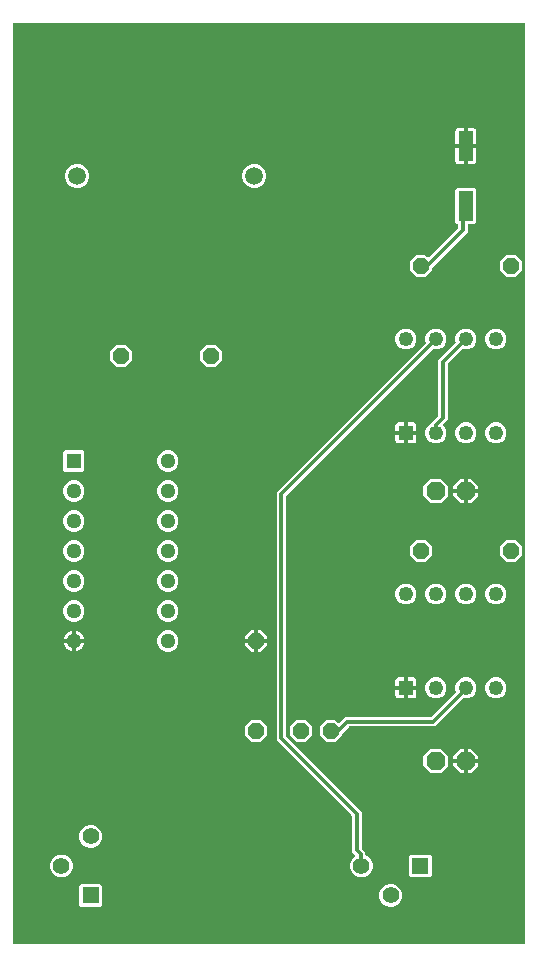
<source format=gbr>
G04 EAGLE Gerber RS-274X export*
G75*
%MOMM*%
%FSLAX34Y34*%
%LPD*%
%INTop Copper*%
%IPPOS*%
%AMOC8*
5,1,8,0,0,1.08239X$1,22.5*%
G01*
%ADD10P,1.732040X8X22.500000*%
%ADD11P,1.429621X8X202.500000*%
%ADD12C,1.508000*%
%ADD13P,1.429621X8X112.500000*%
%ADD14P,1.429621X8X22.500000*%
%ADD15R,1.408000X1.408000*%
%ADD16C,1.408000*%
%ADD17R,1.278000X1.278000*%
%ADD18C,1.278000*%
%ADD19R,1.248000X1.248000*%
%ADD20C,1.248000*%
%ADD21R,1.270000X2.540000*%
%ADD22C,0.304800*%

G36*
X442998Y10164D02*
X442998Y10164D01*
X443017Y10162D01*
X443119Y10184D01*
X443221Y10200D01*
X443238Y10210D01*
X443258Y10214D01*
X443347Y10267D01*
X443438Y10316D01*
X443452Y10330D01*
X443469Y10340D01*
X443536Y10419D01*
X443608Y10494D01*
X443616Y10512D01*
X443629Y10527D01*
X443668Y10623D01*
X443711Y10717D01*
X443713Y10737D01*
X443721Y10755D01*
X443739Y10922D01*
X443739Y789078D01*
X443736Y789098D01*
X443738Y789117D01*
X443716Y789219D01*
X443700Y789321D01*
X443690Y789338D01*
X443686Y789358D01*
X443633Y789447D01*
X443584Y789538D01*
X443570Y789552D01*
X443560Y789569D01*
X443481Y789636D01*
X443406Y789708D01*
X443388Y789716D01*
X443373Y789729D01*
X443277Y789768D01*
X443183Y789811D01*
X443163Y789813D01*
X443145Y789821D01*
X442978Y789839D01*
X10922Y789839D01*
X10902Y789836D01*
X10883Y789838D01*
X10781Y789816D01*
X10679Y789800D01*
X10662Y789790D01*
X10642Y789786D01*
X10553Y789733D01*
X10462Y789684D01*
X10448Y789670D01*
X10431Y789660D01*
X10364Y789581D01*
X10292Y789506D01*
X10284Y789488D01*
X10271Y789473D01*
X10232Y789377D01*
X10189Y789283D01*
X10187Y789263D01*
X10179Y789245D01*
X10161Y789078D01*
X10161Y10922D01*
X10164Y10902D01*
X10162Y10883D01*
X10184Y10781D01*
X10200Y10679D01*
X10210Y10662D01*
X10214Y10642D01*
X10267Y10553D01*
X10316Y10462D01*
X10330Y10448D01*
X10340Y10431D01*
X10419Y10364D01*
X10494Y10292D01*
X10512Y10284D01*
X10527Y10271D01*
X10623Y10232D01*
X10717Y10189D01*
X10737Y10187D01*
X10755Y10179D01*
X10922Y10161D01*
X442978Y10161D01*
X442998Y10164D01*
G37*
%LPC*%
G36*
X303294Y66619D02*
X303294Y66619D01*
X299773Y68078D01*
X297078Y70773D01*
X295619Y74294D01*
X295619Y78106D01*
X297078Y81627D01*
X299838Y84388D01*
X299860Y84401D01*
X299889Y84436D01*
X299925Y84465D01*
X299967Y84530D01*
X300017Y84590D01*
X300033Y84633D01*
X300058Y84672D01*
X300077Y84747D01*
X300105Y84819D01*
X300107Y84866D01*
X300119Y84911D01*
X300113Y84988D01*
X300116Y85065D01*
X300103Y85110D01*
X300099Y85156D01*
X300069Y85227D01*
X300048Y85302D01*
X300021Y85340D01*
X300003Y85382D01*
X299919Y85488D01*
X299908Y85504D01*
X299903Y85507D01*
X299898Y85513D01*
X297687Y87724D01*
X297687Y118143D01*
X297673Y118233D01*
X297665Y118324D01*
X297653Y118354D01*
X297648Y118386D01*
X297605Y118466D01*
X297569Y118550D01*
X297543Y118582D01*
X297532Y118603D01*
X297509Y118625D01*
X297464Y118681D01*
X233425Y182720D01*
X233425Y392844D01*
X359633Y519051D01*
X359701Y519146D01*
X359771Y519240D01*
X359773Y519246D01*
X359776Y519251D01*
X359811Y519362D01*
X359847Y519474D01*
X359847Y519480D01*
X359849Y519486D01*
X359846Y519603D01*
X359845Y519720D01*
X359843Y519727D01*
X359842Y519732D01*
X359836Y519750D01*
X359798Y519881D01*
X359519Y520553D01*
X359519Y524047D01*
X360856Y527274D01*
X363326Y529744D01*
X366553Y531081D01*
X370047Y531081D01*
X373274Y529744D01*
X375744Y527274D01*
X377081Y524047D01*
X377081Y520553D01*
X375744Y517326D01*
X373274Y514856D01*
X370047Y513519D01*
X366553Y513519D01*
X366348Y513605D01*
X366234Y513631D01*
X366120Y513660D01*
X366114Y513659D01*
X366108Y513661D01*
X365992Y513650D01*
X365875Y513641D01*
X365869Y513638D01*
X365863Y513638D01*
X365756Y513590D01*
X365649Y513544D01*
X365643Y513540D01*
X365638Y513538D01*
X365625Y513525D01*
X365518Y513440D01*
X241778Y389699D01*
X241725Y389625D01*
X241665Y389556D01*
X241653Y389526D01*
X241634Y389500D01*
X241607Y389413D01*
X241573Y389328D01*
X241569Y389287D01*
X241562Y389264D01*
X241563Y389232D01*
X241555Y389161D01*
X241555Y186403D01*
X241569Y186313D01*
X241577Y186222D01*
X241589Y186192D01*
X241594Y186160D01*
X241637Y186080D01*
X241673Y185996D01*
X241699Y185964D01*
X241710Y185943D01*
X241733Y185921D01*
X241778Y185865D01*
X305817Y121826D01*
X305817Y91407D01*
X305831Y91317D01*
X305839Y91226D01*
X305851Y91196D01*
X305856Y91164D01*
X305899Y91084D01*
X305935Y91000D01*
X305961Y90968D01*
X305972Y90947D01*
X305995Y90925D01*
X306040Y90869D01*
X308611Y88298D01*
X308611Y85666D01*
X308630Y85551D01*
X308647Y85435D01*
X308649Y85429D01*
X308650Y85423D01*
X308705Y85319D01*
X308758Y85216D01*
X308763Y85211D01*
X308766Y85206D01*
X308850Y85126D01*
X308934Y85044D01*
X308940Y85040D01*
X308944Y85036D01*
X308961Y85029D01*
X309081Y84963D01*
X310627Y84322D01*
X313322Y81627D01*
X314781Y78106D01*
X314781Y74294D01*
X313322Y70773D01*
X310627Y68078D01*
X307106Y66619D01*
X303294Y66619D01*
G37*
%LPD*%
%LPC*%
G36*
X275612Y181355D02*
X275612Y181355D01*
X270255Y186712D01*
X270255Y194288D01*
X275612Y199645D01*
X283188Y199645D01*
X285502Y197331D01*
X285518Y197319D01*
X285530Y197304D01*
X285618Y197248D01*
X285702Y197187D01*
X285721Y197181D01*
X285737Y197171D01*
X285838Y197145D01*
X285937Y197115D01*
X285957Y197115D01*
X285976Y197111D01*
X286079Y197119D01*
X286182Y197121D01*
X286201Y197128D01*
X286221Y197130D01*
X286316Y197170D01*
X286414Y197206D01*
X286429Y197218D01*
X286447Y197226D01*
X286578Y197331D01*
X291686Y202439D01*
X364015Y202439D01*
X364105Y202453D01*
X364196Y202461D01*
X364226Y202473D01*
X364258Y202478D01*
X364338Y202521D01*
X364422Y202557D01*
X364454Y202583D01*
X364475Y202594D01*
X364497Y202617D01*
X364553Y202662D01*
X385212Y223320D01*
X385280Y223415D01*
X385349Y223509D01*
X385351Y223515D01*
X385355Y223520D01*
X385389Y223631D01*
X385426Y223742D01*
X385426Y223749D01*
X385427Y223755D01*
X385424Y223872D01*
X385423Y223988D01*
X385421Y223996D01*
X385421Y224001D01*
X385415Y224018D01*
X385377Y224150D01*
X384919Y225253D01*
X384919Y228747D01*
X386256Y231974D01*
X388726Y234444D01*
X391953Y235781D01*
X395447Y235781D01*
X398674Y234444D01*
X401144Y231974D01*
X402481Y228747D01*
X402481Y225253D01*
X401144Y222026D01*
X398674Y219556D01*
X395447Y218219D01*
X391923Y218219D01*
X391833Y218205D01*
X391742Y218197D01*
X391712Y218185D01*
X391680Y218180D01*
X391600Y218137D01*
X391516Y218101D01*
X391484Y218075D01*
X391463Y218064D01*
X391441Y218041D01*
X391385Y217996D01*
X367698Y194309D01*
X295369Y194309D01*
X295279Y194295D01*
X295188Y194287D01*
X295158Y194275D01*
X295126Y194270D01*
X295046Y194227D01*
X294962Y194191D01*
X294930Y194165D01*
X294909Y194154D01*
X294887Y194131D01*
X294831Y194086D01*
X288768Y188023D01*
X288715Y187949D01*
X288655Y187880D01*
X288643Y187850D01*
X288624Y187824D01*
X288597Y187737D01*
X288563Y187652D01*
X288559Y187611D01*
X288552Y187588D01*
X288553Y187556D01*
X288545Y187485D01*
X288545Y186712D01*
X283188Y181355D01*
X275612Y181355D01*
G37*
%LPD*%
%LPC*%
G36*
X351812Y575055D02*
X351812Y575055D01*
X346455Y580412D01*
X346455Y587988D01*
X351812Y593345D01*
X359388Y593345D01*
X361194Y591539D01*
X361210Y591527D01*
X361222Y591512D01*
X361310Y591455D01*
X361394Y591395D01*
X361413Y591389D01*
X361429Y591379D01*
X361530Y591353D01*
X361629Y591323D01*
X361649Y591323D01*
X361668Y591319D01*
X361771Y591327D01*
X361875Y591329D01*
X361893Y591336D01*
X361913Y591338D01*
X362008Y591378D01*
X362106Y591414D01*
X362121Y591426D01*
X362139Y591434D01*
X362270Y591539D01*
X386872Y616141D01*
X386925Y616215D01*
X386985Y616284D01*
X386997Y616314D01*
X387016Y616340D01*
X387043Y616427D01*
X387077Y616512D01*
X387081Y616553D01*
X387088Y616576D01*
X387087Y616608D01*
X387095Y616679D01*
X387095Y618998D01*
X387092Y619018D01*
X387094Y619037D01*
X387072Y619139D01*
X387056Y619241D01*
X387046Y619258D01*
X387042Y619278D01*
X386989Y619367D01*
X386940Y619458D01*
X386926Y619472D01*
X386916Y619489D01*
X386837Y619556D01*
X386762Y619628D01*
X386744Y619636D01*
X386729Y619649D01*
X386633Y619688D01*
X386539Y619731D01*
X386519Y619733D01*
X386501Y619741D01*
X386334Y619759D01*
X386298Y619759D01*
X384809Y621248D01*
X384809Y648752D01*
X386298Y650241D01*
X401102Y650241D01*
X402591Y648752D01*
X402591Y621248D01*
X401102Y619759D01*
X395986Y619759D01*
X395966Y619756D01*
X395947Y619758D01*
X395845Y619736D01*
X395743Y619720D01*
X395726Y619710D01*
X395706Y619706D01*
X395617Y619653D01*
X395526Y619604D01*
X395512Y619590D01*
X395495Y619580D01*
X395428Y619501D01*
X395356Y619426D01*
X395348Y619408D01*
X395335Y619393D01*
X395296Y619297D01*
X395253Y619203D01*
X395251Y619183D01*
X395243Y619165D01*
X395225Y618998D01*
X395225Y612996D01*
X364968Y582739D01*
X364915Y582665D01*
X364855Y582596D01*
X364843Y582566D01*
X364824Y582540D01*
X364797Y582453D01*
X364763Y582368D01*
X364759Y582327D01*
X364752Y582305D01*
X364753Y582272D01*
X364745Y582201D01*
X364745Y580412D01*
X359388Y575055D01*
X351812Y575055D01*
G37*
%LPD*%
%LPC*%
G36*
X366553Y434119D02*
X366553Y434119D01*
X363326Y435456D01*
X360856Y437926D01*
X359519Y441153D01*
X359519Y444647D01*
X360856Y447874D01*
X363326Y450344D01*
X364273Y450736D01*
X364373Y450798D01*
X364473Y450858D01*
X364477Y450863D01*
X364482Y450866D01*
X364557Y450956D01*
X364633Y451045D01*
X364635Y451051D01*
X364639Y451055D01*
X364681Y451164D01*
X364725Y451273D01*
X364726Y451280D01*
X364727Y451285D01*
X364728Y451303D01*
X364743Y451440D01*
X364743Y451518D01*
X370108Y456883D01*
X370161Y456957D01*
X370221Y457026D01*
X370233Y457056D01*
X370252Y457082D01*
X370279Y457169D01*
X370313Y457254D01*
X370317Y457295D01*
X370324Y457318D01*
X370323Y457350D01*
X370331Y457421D01*
X370331Y504604D01*
X372935Y507208D01*
X384958Y519231D01*
X385027Y519326D01*
X385096Y519420D01*
X385098Y519425D01*
X385102Y519431D01*
X385136Y519542D01*
X385173Y519653D01*
X385173Y519660D01*
X385174Y519666D01*
X385171Y519782D01*
X385170Y519899D01*
X385168Y519907D01*
X385168Y519912D01*
X385162Y519929D01*
X385123Y520060D01*
X384919Y520553D01*
X384919Y524047D01*
X386256Y527274D01*
X388726Y529744D01*
X391953Y531081D01*
X395447Y531081D01*
X398674Y529744D01*
X401144Y527274D01*
X402481Y524047D01*
X402481Y520553D01*
X401144Y517326D01*
X398674Y514856D01*
X395447Y513519D01*
X391953Y513519D01*
X391568Y513679D01*
X391454Y513706D01*
X391341Y513734D01*
X391335Y513734D01*
X391328Y513735D01*
X391212Y513724D01*
X391096Y513715D01*
X391090Y513713D01*
X391084Y513712D01*
X390976Y513664D01*
X390869Y513619D01*
X390863Y513614D01*
X390859Y513612D01*
X390845Y513599D01*
X390738Y513514D01*
X378684Y501459D01*
X378631Y501385D01*
X378571Y501316D01*
X378559Y501286D01*
X378540Y501260D01*
X378513Y501173D01*
X378479Y501088D01*
X378475Y501047D01*
X378468Y501024D01*
X378469Y500992D01*
X378461Y500921D01*
X378461Y453738D01*
X374708Y449986D01*
X374697Y449970D01*
X374681Y449957D01*
X374625Y449870D01*
X374565Y449786D01*
X374559Y449767D01*
X374548Y449750D01*
X374523Y449650D01*
X374492Y449551D01*
X374493Y449531D01*
X374488Y449512D01*
X374496Y449409D01*
X374499Y449305D01*
X374506Y449286D01*
X374507Y449267D01*
X374548Y449172D01*
X374583Y449074D01*
X374596Y449059D01*
X374604Y449040D01*
X374708Y448909D01*
X375744Y447874D01*
X377081Y444647D01*
X377081Y441153D01*
X375744Y437926D01*
X373274Y435456D01*
X370047Y434119D01*
X366553Y434119D01*
G37*
%LPD*%
%LPC*%
G36*
X363933Y383158D02*
X363933Y383158D01*
X357758Y389333D01*
X357758Y398067D01*
X363933Y404242D01*
X372667Y404242D01*
X378842Y398067D01*
X378842Y389333D01*
X372667Y383158D01*
X363933Y383158D01*
G37*
%LPD*%
%LPC*%
G36*
X363933Y154558D02*
X363933Y154558D01*
X357758Y160733D01*
X357758Y169467D01*
X363933Y175642D01*
X372667Y175642D01*
X378842Y169467D01*
X378842Y160733D01*
X372667Y154558D01*
X363933Y154558D01*
G37*
%LPD*%
%LPC*%
G36*
X68108Y41619D02*
X68108Y41619D01*
X66619Y43108D01*
X66619Y59292D01*
X68108Y60781D01*
X84292Y60781D01*
X85781Y59292D01*
X85781Y43108D01*
X84292Y41619D01*
X68108Y41619D01*
G37*
%LPD*%
%LPC*%
G36*
X347108Y66619D02*
X347108Y66619D01*
X345619Y68108D01*
X345619Y84292D01*
X347108Y85781D01*
X363292Y85781D01*
X364781Y84292D01*
X364781Y68108D01*
X363292Y66619D01*
X347108Y66619D01*
G37*
%LPD*%
%LPC*%
G36*
X62695Y650319D02*
X62695Y650319D01*
X58990Y651854D01*
X56154Y654690D01*
X54619Y658395D01*
X54619Y662405D01*
X56154Y666110D01*
X58990Y668946D01*
X62695Y670481D01*
X66705Y670481D01*
X70410Y668946D01*
X73246Y666110D01*
X74781Y662405D01*
X74781Y658395D01*
X73246Y654690D01*
X70410Y651854D01*
X66705Y650319D01*
X62695Y650319D01*
G37*
%LPD*%
%LPC*%
G36*
X212695Y650319D02*
X212695Y650319D01*
X208990Y651854D01*
X206154Y654690D01*
X204619Y658395D01*
X204619Y662405D01*
X206154Y666110D01*
X208990Y668946D01*
X212695Y670481D01*
X216705Y670481D01*
X220410Y668946D01*
X223246Y666110D01*
X224781Y662405D01*
X224781Y658395D01*
X223246Y654690D01*
X220410Y651854D01*
X216705Y650319D01*
X212695Y650319D01*
G37*
%LPD*%
%LPC*%
G36*
X54458Y410169D02*
X54458Y410169D01*
X52969Y411658D01*
X52969Y426542D01*
X54458Y428031D01*
X69342Y428031D01*
X70831Y426542D01*
X70831Y411658D01*
X69342Y410169D01*
X54458Y410169D01*
G37*
%LPD*%
%LPC*%
G36*
X74294Y91619D02*
X74294Y91619D01*
X70773Y93078D01*
X68078Y95773D01*
X66619Y99294D01*
X66619Y103106D01*
X68078Y106627D01*
X70773Y109322D01*
X74294Y110781D01*
X78106Y110781D01*
X81627Y109322D01*
X84322Y106627D01*
X85781Y103106D01*
X85781Y99294D01*
X84322Y95773D01*
X81627Y93078D01*
X78106Y91619D01*
X74294Y91619D01*
G37*
%LPD*%
%LPC*%
G36*
X49294Y66619D02*
X49294Y66619D01*
X45773Y68078D01*
X43078Y70773D01*
X41619Y74294D01*
X41619Y78106D01*
X43078Y81627D01*
X45773Y84322D01*
X49294Y85781D01*
X53106Y85781D01*
X56627Y84322D01*
X59322Y81627D01*
X60781Y78106D01*
X60781Y74294D01*
X59322Y70773D01*
X56627Y68078D01*
X53106Y66619D01*
X49294Y66619D01*
G37*
%LPD*%
%LPC*%
G36*
X328294Y41619D02*
X328294Y41619D01*
X324773Y43078D01*
X322078Y45773D01*
X320619Y49294D01*
X320619Y53106D01*
X322078Y56627D01*
X324773Y59322D01*
X328294Y60781D01*
X332106Y60781D01*
X335627Y59322D01*
X338322Y56627D01*
X339781Y53106D01*
X339781Y49294D01*
X338322Y45773D01*
X335627Y43078D01*
X332106Y41619D01*
X328294Y41619D01*
G37*
%LPD*%
%LPC*%
G36*
X428012Y333755D02*
X428012Y333755D01*
X422655Y339112D01*
X422655Y346688D01*
X428012Y352045D01*
X435588Y352045D01*
X440945Y346688D01*
X440945Y339112D01*
X435588Y333755D01*
X428012Y333755D01*
G37*
%LPD*%
%LPC*%
G36*
X351812Y333755D02*
X351812Y333755D01*
X346455Y339112D01*
X346455Y346688D01*
X351812Y352045D01*
X359388Y352045D01*
X364745Y346688D01*
X364745Y339112D01*
X359388Y333755D01*
X351812Y333755D01*
G37*
%LPD*%
%LPC*%
G36*
X174012Y498855D02*
X174012Y498855D01*
X168655Y504212D01*
X168655Y511788D01*
X174012Y517145D01*
X181588Y517145D01*
X186945Y511788D01*
X186945Y504212D01*
X181588Y498855D01*
X174012Y498855D01*
G37*
%LPD*%
%LPC*%
G36*
X250212Y181355D02*
X250212Y181355D01*
X244855Y186712D01*
X244855Y194288D01*
X250212Y199645D01*
X257788Y199645D01*
X263145Y194288D01*
X263145Y186712D01*
X257788Y181355D01*
X250212Y181355D01*
G37*
%LPD*%
%LPC*%
G36*
X97812Y498855D02*
X97812Y498855D01*
X92455Y504212D01*
X92455Y511788D01*
X97812Y517145D01*
X105388Y517145D01*
X110745Y511788D01*
X110745Y504212D01*
X105388Y498855D01*
X97812Y498855D01*
G37*
%LPD*%
%LPC*%
G36*
X212112Y181355D02*
X212112Y181355D01*
X206755Y186712D01*
X206755Y194288D01*
X212112Y199645D01*
X219688Y199645D01*
X225045Y194288D01*
X225045Y186712D01*
X219688Y181355D01*
X212112Y181355D01*
G37*
%LPD*%
%LPC*%
G36*
X428012Y575055D02*
X428012Y575055D01*
X422655Y580412D01*
X422655Y587988D01*
X428012Y593345D01*
X435588Y593345D01*
X440945Y587988D01*
X440945Y580412D01*
X435588Y575055D01*
X428012Y575055D01*
G37*
%LPD*%
%LPC*%
G36*
X139524Y257769D02*
X139524Y257769D01*
X136241Y259129D01*
X133729Y261641D01*
X132369Y264924D01*
X132369Y268476D01*
X133729Y271759D01*
X136241Y274271D01*
X139524Y275631D01*
X143076Y275631D01*
X146359Y274271D01*
X148871Y271759D01*
X150231Y268476D01*
X150231Y264924D01*
X148871Y261641D01*
X146359Y259129D01*
X143076Y257769D01*
X139524Y257769D01*
G37*
%LPD*%
%LPC*%
G36*
X60124Y283169D02*
X60124Y283169D01*
X56841Y284529D01*
X54329Y287041D01*
X52969Y290324D01*
X52969Y293876D01*
X54329Y297159D01*
X56841Y299671D01*
X60124Y301031D01*
X63676Y301031D01*
X66959Y299671D01*
X69471Y297159D01*
X70831Y293876D01*
X70831Y290324D01*
X69471Y287041D01*
X66959Y284529D01*
X63676Y283169D01*
X60124Y283169D01*
G37*
%LPD*%
%LPC*%
G36*
X139524Y283169D02*
X139524Y283169D01*
X136241Y284529D01*
X133729Y287041D01*
X132369Y290324D01*
X132369Y293876D01*
X133729Y297159D01*
X136241Y299671D01*
X139524Y301031D01*
X143076Y301031D01*
X146359Y299671D01*
X148871Y297159D01*
X150231Y293876D01*
X150231Y290324D01*
X148871Y287041D01*
X146359Y284529D01*
X143076Y283169D01*
X139524Y283169D01*
G37*
%LPD*%
%LPC*%
G36*
X60124Y308569D02*
X60124Y308569D01*
X56841Y309929D01*
X54329Y312441D01*
X52969Y315724D01*
X52969Y319276D01*
X54329Y322559D01*
X56841Y325071D01*
X60124Y326431D01*
X63676Y326431D01*
X66959Y325071D01*
X69471Y322559D01*
X70831Y319276D01*
X70831Y315724D01*
X69471Y312441D01*
X66959Y309929D01*
X63676Y308569D01*
X60124Y308569D01*
G37*
%LPD*%
%LPC*%
G36*
X60124Y333969D02*
X60124Y333969D01*
X56841Y335329D01*
X54329Y337841D01*
X52969Y341124D01*
X52969Y344676D01*
X54329Y347959D01*
X56841Y350471D01*
X60124Y351831D01*
X63676Y351831D01*
X66959Y350471D01*
X69471Y347959D01*
X70831Y344676D01*
X70831Y341124D01*
X69471Y337841D01*
X66959Y335329D01*
X63676Y333969D01*
X60124Y333969D01*
G37*
%LPD*%
%LPC*%
G36*
X139524Y308569D02*
X139524Y308569D01*
X136241Y309929D01*
X133729Y312441D01*
X132369Y315724D01*
X132369Y319276D01*
X133729Y322559D01*
X136241Y325071D01*
X139524Y326431D01*
X143076Y326431D01*
X146359Y325071D01*
X148871Y322559D01*
X150231Y319276D01*
X150231Y315724D01*
X148871Y312441D01*
X146359Y309929D01*
X143076Y308569D01*
X139524Y308569D01*
G37*
%LPD*%
%LPC*%
G36*
X139524Y333969D02*
X139524Y333969D01*
X136241Y335329D01*
X133729Y337841D01*
X132369Y341124D01*
X132369Y344676D01*
X133729Y347959D01*
X136241Y350471D01*
X139524Y351831D01*
X143076Y351831D01*
X146359Y350471D01*
X148871Y347959D01*
X150231Y344676D01*
X150231Y341124D01*
X148871Y337841D01*
X146359Y335329D01*
X143076Y333969D01*
X139524Y333969D01*
G37*
%LPD*%
%LPC*%
G36*
X139524Y359369D02*
X139524Y359369D01*
X136241Y360729D01*
X133729Y363241D01*
X132369Y366524D01*
X132369Y370076D01*
X133729Y373359D01*
X136241Y375871D01*
X139524Y377231D01*
X143076Y377231D01*
X146359Y375871D01*
X148871Y373359D01*
X150231Y370076D01*
X150231Y366524D01*
X148871Y363241D01*
X146359Y360729D01*
X143076Y359369D01*
X139524Y359369D01*
G37*
%LPD*%
%LPC*%
G36*
X60124Y359369D02*
X60124Y359369D01*
X56841Y360729D01*
X54329Y363241D01*
X52969Y366524D01*
X52969Y370076D01*
X54329Y373359D01*
X56841Y375871D01*
X60124Y377231D01*
X63676Y377231D01*
X66959Y375871D01*
X69471Y373359D01*
X70831Y370076D01*
X70831Y366524D01*
X69471Y363241D01*
X66959Y360729D01*
X63676Y359369D01*
X60124Y359369D01*
G37*
%LPD*%
%LPC*%
G36*
X60124Y384769D02*
X60124Y384769D01*
X56841Y386129D01*
X54329Y388641D01*
X52969Y391924D01*
X52969Y395476D01*
X54329Y398759D01*
X56841Y401271D01*
X60124Y402631D01*
X63676Y402631D01*
X66959Y401271D01*
X69471Y398759D01*
X70831Y395476D01*
X70831Y391924D01*
X69471Y388641D01*
X66959Y386129D01*
X63676Y384769D01*
X60124Y384769D01*
G37*
%LPD*%
%LPC*%
G36*
X139524Y384769D02*
X139524Y384769D01*
X136241Y386129D01*
X133729Y388641D01*
X132369Y391924D01*
X132369Y395476D01*
X133729Y398759D01*
X136241Y401271D01*
X139524Y402631D01*
X143076Y402631D01*
X146359Y401271D01*
X148871Y398759D01*
X150231Y395476D01*
X150231Y391924D01*
X148871Y388641D01*
X146359Y386129D01*
X143076Y384769D01*
X139524Y384769D01*
G37*
%LPD*%
%LPC*%
G36*
X139524Y410169D02*
X139524Y410169D01*
X136241Y411529D01*
X133729Y414041D01*
X132369Y417324D01*
X132369Y420876D01*
X133729Y424159D01*
X136241Y426671D01*
X139524Y428031D01*
X143076Y428031D01*
X146359Y426671D01*
X148871Y424159D01*
X150231Y420876D01*
X150231Y417324D01*
X148871Y414041D01*
X146359Y411529D01*
X143076Y410169D01*
X139524Y410169D01*
G37*
%LPD*%
%LPC*%
G36*
X366553Y297619D02*
X366553Y297619D01*
X363326Y298956D01*
X360856Y301426D01*
X359519Y304653D01*
X359519Y308147D01*
X360856Y311374D01*
X363326Y313844D01*
X366553Y315181D01*
X370047Y315181D01*
X373274Y313844D01*
X375744Y311374D01*
X377081Y308147D01*
X377081Y304653D01*
X375744Y301426D01*
X373274Y298956D01*
X370047Y297619D01*
X366553Y297619D01*
G37*
%LPD*%
%LPC*%
G36*
X417353Y218219D02*
X417353Y218219D01*
X414126Y219556D01*
X411656Y222026D01*
X410319Y225253D01*
X410319Y228747D01*
X411656Y231974D01*
X414126Y234444D01*
X417353Y235781D01*
X420847Y235781D01*
X424074Y234444D01*
X426544Y231974D01*
X427881Y228747D01*
X427881Y225253D01*
X426544Y222026D01*
X424074Y219556D01*
X420847Y218219D01*
X417353Y218219D01*
G37*
%LPD*%
%LPC*%
G36*
X391953Y434119D02*
X391953Y434119D01*
X388726Y435456D01*
X386256Y437926D01*
X384919Y441153D01*
X384919Y444647D01*
X386256Y447874D01*
X388726Y450344D01*
X391953Y451681D01*
X395447Y451681D01*
X398674Y450344D01*
X401144Y447874D01*
X402481Y444647D01*
X402481Y441153D01*
X401144Y437926D01*
X398674Y435456D01*
X395447Y434119D01*
X391953Y434119D01*
G37*
%LPD*%
%LPC*%
G36*
X366553Y218219D02*
X366553Y218219D01*
X363326Y219556D01*
X360856Y222026D01*
X359519Y225253D01*
X359519Y228747D01*
X360856Y231974D01*
X363326Y234444D01*
X366553Y235781D01*
X370047Y235781D01*
X373274Y234444D01*
X375744Y231974D01*
X377081Y228747D01*
X377081Y225253D01*
X375744Y222026D01*
X373274Y219556D01*
X370047Y218219D01*
X366553Y218219D01*
G37*
%LPD*%
%LPC*%
G36*
X417353Y434119D02*
X417353Y434119D01*
X414126Y435456D01*
X411656Y437926D01*
X410319Y441153D01*
X410319Y444647D01*
X411656Y447874D01*
X414126Y450344D01*
X417353Y451681D01*
X420847Y451681D01*
X424074Y450344D01*
X426544Y447874D01*
X427881Y444647D01*
X427881Y441153D01*
X426544Y437926D01*
X424074Y435456D01*
X420847Y434119D01*
X417353Y434119D01*
G37*
%LPD*%
%LPC*%
G36*
X417353Y513519D02*
X417353Y513519D01*
X414126Y514856D01*
X411656Y517326D01*
X410319Y520553D01*
X410319Y524047D01*
X411656Y527274D01*
X414126Y529744D01*
X417353Y531081D01*
X420847Y531081D01*
X424074Y529744D01*
X426544Y527274D01*
X427881Y524047D01*
X427881Y520553D01*
X426544Y517326D01*
X424074Y514856D01*
X420847Y513519D01*
X417353Y513519D01*
G37*
%LPD*%
%LPC*%
G36*
X341153Y513519D02*
X341153Y513519D01*
X337926Y514856D01*
X335456Y517326D01*
X334119Y520553D01*
X334119Y524047D01*
X335456Y527274D01*
X337926Y529744D01*
X341153Y531081D01*
X344647Y531081D01*
X347874Y529744D01*
X350344Y527274D01*
X351681Y524047D01*
X351681Y520553D01*
X350344Y517326D01*
X347874Y514856D01*
X344647Y513519D01*
X341153Y513519D01*
G37*
%LPD*%
%LPC*%
G36*
X341153Y297619D02*
X341153Y297619D01*
X337926Y298956D01*
X335456Y301426D01*
X334119Y304653D01*
X334119Y308147D01*
X335456Y311374D01*
X337926Y313844D01*
X341153Y315181D01*
X344647Y315181D01*
X347874Y313844D01*
X350344Y311374D01*
X351681Y308147D01*
X351681Y304653D01*
X350344Y301426D01*
X347874Y298956D01*
X344647Y297619D01*
X341153Y297619D01*
G37*
%LPD*%
%LPC*%
G36*
X391953Y297619D02*
X391953Y297619D01*
X388726Y298956D01*
X386256Y301426D01*
X384919Y304653D01*
X384919Y308147D01*
X386256Y311374D01*
X388726Y313844D01*
X391953Y315181D01*
X395447Y315181D01*
X398674Y313844D01*
X401144Y311374D01*
X402481Y308147D01*
X402481Y304653D01*
X401144Y301426D01*
X398674Y298956D01*
X395447Y297619D01*
X391953Y297619D01*
G37*
%LPD*%
%LPC*%
G36*
X417353Y297619D02*
X417353Y297619D01*
X414126Y298956D01*
X411656Y301426D01*
X410319Y304653D01*
X410319Y308147D01*
X411656Y311374D01*
X414126Y313844D01*
X417353Y315181D01*
X420847Y315181D01*
X424074Y313844D01*
X426544Y311374D01*
X427881Y308147D01*
X427881Y304653D01*
X426544Y301426D01*
X424074Y298956D01*
X420847Y297619D01*
X417353Y297619D01*
G37*
%LPD*%
%LPC*%
G36*
X395223Y687323D02*
X395223Y687323D01*
X395223Y701041D01*
X400384Y701041D01*
X401031Y700868D01*
X401610Y700533D01*
X402083Y700060D01*
X402418Y699481D01*
X402591Y698834D01*
X402591Y687323D01*
X395223Y687323D01*
G37*
%LPD*%
%LPC*%
G36*
X395223Y670559D02*
X395223Y670559D01*
X395223Y684277D01*
X402591Y684277D01*
X402591Y672766D01*
X402418Y672119D01*
X402083Y671540D01*
X401610Y671067D01*
X401031Y670732D01*
X400384Y670559D01*
X395223Y670559D01*
G37*
%LPD*%
%LPC*%
G36*
X384809Y687323D02*
X384809Y687323D01*
X384809Y698834D01*
X384982Y699481D01*
X385317Y700060D01*
X385790Y700533D01*
X386369Y700868D01*
X387016Y701041D01*
X392177Y701041D01*
X392177Y687323D01*
X384809Y687323D01*
G37*
%LPD*%
%LPC*%
G36*
X387016Y670559D02*
X387016Y670559D01*
X386369Y670732D01*
X385790Y671067D01*
X385317Y671540D01*
X384982Y672119D01*
X384809Y672766D01*
X384809Y684277D01*
X392177Y684277D01*
X392177Y670559D01*
X387016Y670559D01*
G37*
%LPD*%
%LPC*%
G36*
X395223Y166623D02*
X395223Y166623D01*
X395223Y175642D01*
X398067Y175642D01*
X404242Y169467D01*
X404242Y166623D01*
X395223Y166623D01*
G37*
%LPD*%
%LPC*%
G36*
X395223Y395223D02*
X395223Y395223D01*
X395223Y404242D01*
X398067Y404242D01*
X404242Y398067D01*
X404242Y395223D01*
X395223Y395223D01*
G37*
%LPD*%
%LPC*%
G36*
X383158Y166623D02*
X383158Y166623D01*
X383158Y169467D01*
X389333Y175642D01*
X392177Y175642D01*
X392177Y166623D01*
X383158Y166623D01*
G37*
%LPD*%
%LPC*%
G36*
X383158Y395223D02*
X383158Y395223D01*
X383158Y398067D01*
X389333Y404242D01*
X392177Y404242D01*
X392177Y395223D01*
X383158Y395223D01*
G37*
%LPD*%
%LPC*%
G36*
X395223Y154558D02*
X395223Y154558D01*
X395223Y163577D01*
X404242Y163577D01*
X404242Y160733D01*
X398067Y154558D01*
X395223Y154558D01*
G37*
%LPD*%
%LPC*%
G36*
X395223Y383158D02*
X395223Y383158D01*
X395223Y392177D01*
X404242Y392177D01*
X404242Y389333D01*
X398067Y383158D01*
X395223Y383158D01*
G37*
%LPD*%
%LPC*%
G36*
X389333Y383158D02*
X389333Y383158D01*
X383158Y389333D01*
X383158Y392177D01*
X392177Y392177D01*
X392177Y383158D01*
X389333Y383158D01*
G37*
%LPD*%
%LPC*%
G36*
X389333Y154558D02*
X389333Y154558D01*
X383158Y160733D01*
X383158Y163577D01*
X392177Y163577D01*
X392177Y154558D01*
X389333Y154558D01*
G37*
%LPD*%
%LPC*%
G36*
X344423Y228523D02*
X344423Y228523D01*
X344423Y235781D01*
X349474Y235781D01*
X350121Y235608D01*
X350700Y235273D01*
X351173Y234800D01*
X351508Y234221D01*
X351681Y233574D01*
X351681Y228523D01*
X344423Y228523D01*
G37*
%LPD*%
%LPC*%
G36*
X344423Y444423D02*
X344423Y444423D01*
X344423Y451681D01*
X349474Y451681D01*
X350121Y451508D01*
X350700Y451173D01*
X351173Y450700D01*
X351508Y450121D01*
X351681Y449474D01*
X351681Y444423D01*
X344423Y444423D01*
G37*
%LPD*%
%LPC*%
G36*
X334119Y228523D02*
X334119Y228523D01*
X334119Y233574D01*
X334292Y234221D01*
X334627Y234800D01*
X335100Y235273D01*
X335679Y235608D01*
X336326Y235781D01*
X341377Y235781D01*
X341377Y228523D01*
X334119Y228523D01*
G37*
%LPD*%
%LPC*%
G36*
X334119Y444423D02*
X334119Y444423D01*
X334119Y449474D01*
X334292Y450121D01*
X334627Y450700D01*
X335100Y451173D01*
X335679Y451508D01*
X336326Y451681D01*
X341377Y451681D01*
X341377Y444423D01*
X334119Y444423D01*
G37*
%LPD*%
%LPC*%
G36*
X344423Y434119D02*
X344423Y434119D01*
X344423Y441377D01*
X351681Y441377D01*
X351681Y436326D01*
X351508Y435679D01*
X351173Y435100D01*
X350700Y434627D01*
X350121Y434292D01*
X349474Y434119D01*
X344423Y434119D01*
G37*
%LPD*%
%LPC*%
G36*
X344423Y218219D02*
X344423Y218219D01*
X344423Y225477D01*
X351681Y225477D01*
X351681Y220426D01*
X351508Y219779D01*
X351173Y219200D01*
X350700Y218727D01*
X350121Y218392D01*
X349474Y218219D01*
X344423Y218219D01*
G37*
%LPD*%
%LPC*%
G36*
X336326Y434119D02*
X336326Y434119D01*
X335679Y434292D01*
X335100Y434627D01*
X334627Y435100D01*
X334292Y435679D01*
X334119Y436326D01*
X334119Y441377D01*
X341377Y441377D01*
X341377Y434119D01*
X336326Y434119D01*
G37*
%LPD*%
%LPC*%
G36*
X336326Y218219D02*
X336326Y218219D01*
X335679Y218392D01*
X335100Y218727D01*
X334627Y219200D01*
X334292Y219779D01*
X334119Y220426D01*
X334119Y225477D01*
X341377Y225477D01*
X341377Y218219D01*
X336326Y218219D01*
G37*
%LPD*%
%LPC*%
G36*
X217423Y268223D02*
X217423Y268223D01*
X217423Y275845D01*
X219688Y275845D01*
X225045Y270488D01*
X225045Y268223D01*
X217423Y268223D01*
G37*
%LPD*%
%LPC*%
G36*
X217423Y257555D02*
X217423Y257555D01*
X217423Y265177D01*
X225045Y265177D01*
X225045Y262912D01*
X219688Y257555D01*
X217423Y257555D01*
G37*
%LPD*%
%LPC*%
G36*
X206755Y268223D02*
X206755Y268223D01*
X206755Y270488D01*
X212112Y275845D01*
X214377Y275845D01*
X214377Y268223D01*
X206755Y268223D01*
G37*
%LPD*%
%LPC*%
G36*
X212112Y257555D02*
X212112Y257555D01*
X206755Y262912D01*
X206755Y265177D01*
X214377Y265177D01*
X214377Y257555D01*
X212112Y257555D01*
G37*
%LPD*%
%LPC*%
G36*
X63423Y268223D02*
X63423Y268223D01*
X63423Y275503D01*
X64505Y275288D01*
X66130Y274614D01*
X67593Y273637D01*
X68837Y272393D01*
X69814Y270930D01*
X70488Y269305D01*
X70703Y268223D01*
X63423Y268223D01*
G37*
%LPD*%
%LPC*%
G36*
X63423Y265177D02*
X63423Y265177D01*
X70703Y265177D01*
X70488Y264095D01*
X69814Y262470D01*
X68837Y261007D01*
X67593Y259763D01*
X66130Y258786D01*
X64505Y258112D01*
X63423Y257897D01*
X63423Y265177D01*
G37*
%LPD*%
%LPC*%
G36*
X53097Y268223D02*
X53097Y268223D01*
X53312Y269305D01*
X53986Y270930D01*
X54963Y272393D01*
X56207Y273637D01*
X57670Y274614D01*
X59295Y275288D01*
X60377Y275503D01*
X60377Y268223D01*
X53097Y268223D01*
G37*
%LPD*%
%LPC*%
G36*
X59295Y258112D02*
X59295Y258112D01*
X57670Y258786D01*
X56207Y259763D01*
X54963Y261007D01*
X53986Y262470D01*
X53312Y264095D01*
X53097Y265177D01*
X60377Y265177D01*
X60377Y257897D01*
X59295Y258112D01*
G37*
%LPD*%
%LPC*%
G36*
X393699Y165099D02*
X393699Y165099D01*
X393699Y165101D01*
X393701Y165101D01*
X393701Y165099D01*
X393699Y165099D01*
G37*
%LPD*%
%LPC*%
G36*
X215899Y266699D02*
X215899Y266699D01*
X215899Y266701D01*
X215901Y266701D01*
X215901Y266699D01*
X215899Y266699D01*
G37*
%LPD*%
%LPC*%
G36*
X342899Y226999D02*
X342899Y226999D01*
X342899Y227001D01*
X342901Y227001D01*
X342901Y226999D01*
X342899Y226999D01*
G37*
%LPD*%
%LPC*%
G36*
X342899Y442899D02*
X342899Y442899D01*
X342899Y442901D01*
X342901Y442901D01*
X342901Y442899D01*
X342899Y442899D01*
G37*
%LPD*%
%LPC*%
G36*
X61899Y266699D02*
X61899Y266699D01*
X61899Y266701D01*
X61901Y266701D01*
X61901Y266699D01*
X61899Y266699D01*
G37*
%LPD*%
%LPC*%
G36*
X393699Y393699D02*
X393699Y393699D01*
X393699Y393701D01*
X393701Y393701D01*
X393701Y393699D01*
X393699Y393699D01*
G37*
%LPD*%
%LPC*%
G36*
X393699Y685799D02*
X393699Y685799D01*
X393699Y685801D01*
X393701Y685801D01*
X393701Y685799D01*
X393699Y685799D01*
G37*
%LPD*%
D10*
X368300Y165100D03*
X393700Y165100D03*
X368300Y393700D03*
X393700Y393700D03*
D11*
X279400Y190500D03*
X254000Y190500D03*
D12*
X64700Y660400D03*
X214700Y660400D03*
D13*
X215900Y190500D03*
X215900Y266700D03*
D14*
X355600Y342900D03*
X431800Y342900D03*
D11*
X431800Y584200D03*
X355600Y584200D03*
X177800Y508000D03*
X101600Y508000D03*
D15*
X76200Y51200D03*
D16*
X51200Y76200D03*
X76200Y101200D03*
D15*
X355200Y76200D03*
D16*
X330200Y51200D03*
X305200Y76200D03*
D17*
X61900Y419100D03*
D18*
X61900Y393700D03*
X61900Y368300D03*
X61900Y342900D03*
X61900Y317500D03*
X61900Y292100D03*
X61900Y266700D03*
X141300Y266700D03*
X141300Y292100D03*
X141300Y317500D03*
X141300Y342900D03*
X141300Y368300D03*
X141300Y393700D03*
X141300Y419100D03*
D19*
X342900Y442900D03*
D20*
X368300Y442900D03*
X393700Y442900D03*
X419100Y442900D03*
X419100Y522300D03*
X393700Y522300D03*
X368300Y522300D03*
X342900Y522300D03*
D19*
X342900Y227000D03*
D20*
X368300Y227000D03*
X393700Y227000D03*
X419100Y227000D03*
X419100Y306400D03*
X393700Y306400D03*
X368300Y306400D03*
X342900Y306400D03*
D21*
X393700Y635000D03*
X393700Y685800D03*
D22*
X391160Y634238D02*
X391160Y614680D01*
X360426Y583946D01*
X357632Y583946D01*
X391160Y634238D02*
X393700Y635000D01*
X357632Y583946D02*
X355600Y584200D01*
X304546Y86614D02*
X304546Y78232D01*
X304546Y86614D02*
X301752Y89408D01*
X301752Y120142D01*
X237490Y184404D01*
X237490Y391160D01*
X366014Y519684D01*
X304546Y78232D02*
X305200Y76200D01*
X366014Y519684D02*
X368300Y522300D01*
X374396Y502920D02*
X391160Y519684D01*
X374396Y502920D02*
X374396Y455422D01*
X368808Y449834D01*
X368808Y444246D01*
X391160Y519684D02*
X393700Y522300D01*
X368808Y444246D02*
X368300Y442900D01*
X391160Y226314D02*
X391160Y223520D01*
X366014Y198374D01*
X293370Y198374D01*
X284988Y189992D01*
X279400Y189992D01*
X391160Y226314D02*
X393700Y227000D01*
X279400Y190500D02*
X279400Y189992D01*
M02*

</source>
